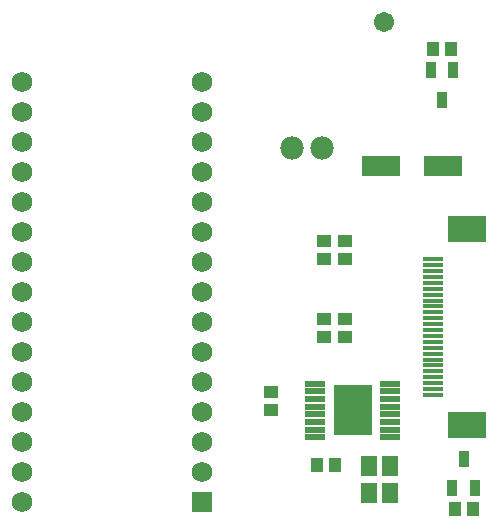
<source format=gts>
%FSLAX25Y25*%
%MOIN*%
G70*
G01*
G75*
G04 Layer_Color=8388736*
%ADD10C,0.00800*%
%ADD11C,0.01000*%
%ADD12R,0.05906X0.01181*%
%ADD13R,0.11811X0.15748*%
%ADD14R,0.02756X0.04921*%
%ADD15R,0.04567X0.05787*%
%ADD16R,0.03858X0.03661*%
%ADD17R,0.03661X0.03858*%
%ADD18R,0.11811X0.05906*%
%ADD19R,0.11811X0.08268*%
%ADD20R,0.06299X0.00787*%
%ADD21C,0.01600*%
%ADD22C,0.06000*%
%ADD23C,0.04000*%
%ADD24C,0.02400*%
%ADD25C,0.01200*%
%ADD26R,0.13106X0.17374*%
%ADD27C,0.05906*%
%ADD28C,0.06000*%
%ADD29R,0.06000X0.06000*%
%ADD30C,0.07000*%
%ADD31C,0.01800*%
%ADD32C,0.00787*%
%ADD33C,0.00600*%
%ADD34C,0.00500*%
%ADD35R,0.06706X0.01981*%
%ADD36R,0.12611X0.16548*%
%ADD37R,0.03556X0.05721*%
%ADD38R,0.05367X0.06587*%
%ADD39R,0.04658X0.04461*%
%ADD40R,0.04461X0.04658*%
%ADD41R,0.12611X0.06706*%
%ADD42R,0.12611X0.09068*%
%ADD43R,0.07099X0.01587*%
%ADD44C,0.06706*%
%ADD45C,0.06800*%
%ADD46R,0.06800X0.06800*%
%ADD47C,0.07800*%
D35*
X238800Y157600D02*
D03*
Y160159D02*
D03*
Y162718D02*
D03*
Y165277D02*
D03*
Y167836D02*
D03*
Y170395D02*
D03*
Y172954D02*
D03*
Y175513D02*
D03*
X213603D02*
D03*
Y172954D02*
D03*
Y170395D02*
D03*
Y167836D02*
D03*
Y165277D02*
D03*
Y162718D02*
D03*
Y160159D02*
D03*
Y157600D02*
D03*
D36*
X226300Y166600D02*
D03*
D37*
X256000Y270079D02*
D03*
X252260Y279921D02*
D03*
X259740D02*
D03*
X263200Y150521D02*
D03*
X266940Y140679D02*
D03*
X259460D02*
D03*
D38*
X231696Y139200D02*
D03*
X238704D02*
D03*
X231696Y148200D02*
D03*
X238704D02*
D03*
D39*
X223600Y223031D02*
D03*
Y216968D02*
D03*
X216600Y223031D02*
D03*
Y216968D02*
D03*
X216700Y197031D02*
D03*
Y190969D02*
D03*
X223700Y190969D02*
D03*
Y197031D02*
D03*
X199100Y172632D02*
D03*
Y166569D02*
D03*
D40*
X260169Y133600D02*
D03*
X266231D02*
D03*
X259032Y287000D02*
D03*
X252969D02*
D03*
X220431Y148500D02*
D03*
X214369D02*
D03*
D41*
X235764Y248000D02*
D03*
X256236D02*
D03*
D42*
X264417Y161685D02*
D03*
Y227039D02*
D03*
D43*
X253000Y217000D02*
D03*
Y215032D02*
D03*
Y213063D02*
D03*
Y211094D02*
D03*
Y209126D02*
D03*
Y207157D02*
D03*
Y205189D02*
D03*
Y203221D02*
D03*
Y201252D02*
D03*
Y199284D02*
D03*
Y197315D02*
D03*
Y195346D02*
D03*
Y193378D02*
D03*
Y191409D02*
D03*
Y189441D02*
D03*
Y187472D02*
D03*
Y185504D02*
D03*
Y183535D02*
D03*
Y181567D02*
D03*
Y179598D02*
D03*
Y177630D02*
D03*
Y175661D02*
D03*
Y173693D02*
D03*
Y171724D02*
D03*
D44*
X236800Y296000D02*
D03*
D45*
X176000Y256000D02*
D03*
Y246000D02*
D03*
Y236000D02*
D03*
Y226000D02*
D03*
Y216000D02*
D03*
Y206000D02*
D03*
Y196000D02*
D03*
Y186000D02*
D03*
Y176000D02*
D03*
Y166000D02*
D03*
Y156000D02*
D03*
Y146000D02*
D03*
X116000Y136000D02*
D03*
X176000Y266000D02*
D03*
Y276000D02*
D03*
X116000Y146000D02*
D03*
Y156000D02*
D03*
Y166000D02*
D03*
Y176000D02*
D03*
Y186000D02*
D03*
Y196000D02*
D03*
Y206000D02*
D03*
Y216000D02*
D03*
Y226000D02*
D03*
Y256000D02*
D03*
Y236000D02*
D03*
Y246000D02*
D03*
Y266000D02*
D03*
Y276000D02*
D03*
D46*
X176000Y136000D02*
D03*
D47*
X215843Y254000D02*
D03*
X206000D02*
D03*
M02*

</source>
